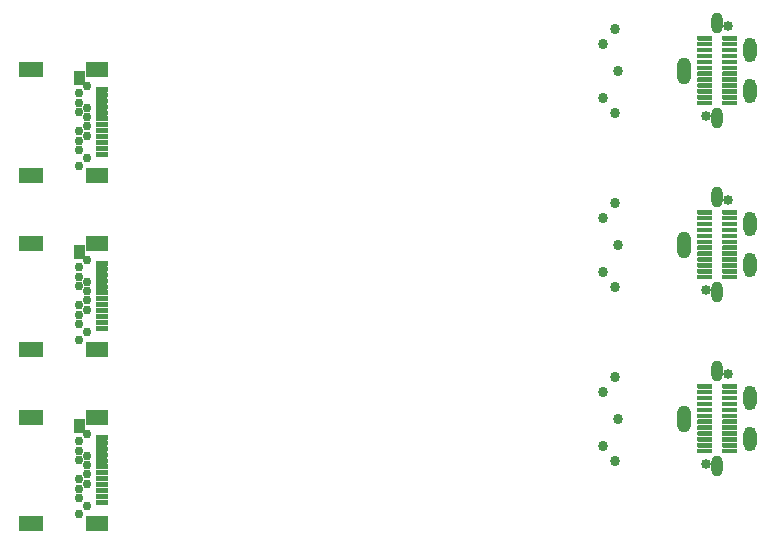
<source format=gbr>
G04 #@! TF.GenerationSoftware,KiCad,Pcbnew,(5.1.7)-1*
G04 #@! TF.CreationDate,2020-12-05T21:57:18-08:00*
G04 #@! TF.ProjectId,DellAdapter_3.1_PanelX3,44656c6c-4164-4617-9074-65725f332e31,rev?*
G04 #@! TF.SameCoordinates,Original*
G04 #@! TF.FileFunction,Soldermask,Bot*
G04 #@! TF.FilePolarity,Negative*
%FSLAX46Y46*%
G04 Gerber Fmt 4.6, Leading zero omitted, Abs format (unit mm)*
G04 Created by KiCad (PCBNEW (5.1.7)-1) date 2020-12-05 21:57:18*
%MOMM*%
%LPD*%
G01*
G04 APERTURE LIST*
%ADD10C,0.010000*%
%ADD11C,0.863600*%
%ADD12C,0.601600*%
%ADD13C,0.751600*%
%ADD14O,1.201600X2.301600*%
%ADD15O,0.951600X1.801600*%
%ADD16O,1.101600X2.101600*%
%ADD17C,0.851600*%
G04 APERTURE END LIST*
D10*
G36*
X127214000Y-109875230D02*
G01*
X127214000Y-108730000D01*
X126366500Y-108730000D01*
X126366500Y-109875230D01*
X127214000Y-109875230D01*
G37*
X127214000Y-109875230D02*
X127214000Y-108730000D01*
X126366500Y-108730000D01*
X126366500Y-109875230D01*
X127214000Y-109875230D01*
G36*
X129189000Y-109127250D02*
G01*
X129189000Y-107930000D01*
X127390880Y-107930000D01*
X127390880Y-109127250D01*
X129189000Y-109127250D01*
G37*
X129189000Y-109127250D02*
X129189000Y-107930000D01*
X127390880Y-107930000D01*
X127390880Y-109127250D01*
X129189000Y-109127250D01*
G36*
X129189000Y-118132070D02*
G01*
X129189000Y-116930000D01*
X127390090Y-116930000D01*
X127390090Y-118132070D01*
X129189000Y-118132070D01*
G37*
X129189000Y-118132070D02*
X129189000Y-116930000D01*
X127390090Y-116930000D01*
X127390090Y-118132070D01*
X129189000Y-118132070D01*
G36*
X123689000Y-109129910D02*
G01*
X123689000Y-107930000D01*
X121688930Y-107930000D01*
X121688930Y-109129910D01*
X123689000Y-109129910D01*
G37*
X123689000Y-109129910D02*
X123689000Y-107930000D01*
X121688930Y-107930000D01*
X121688930Y-109129910D01*
X123689000Y-109129910D01*
G36*
X123689000Y-118130480D02*
G01*
X123689000Y-116930000D01*
X121688720Y-116930000D01*
X121688720Y-118130480D01*
X123689000Y-118130480D01*
G37*
X123689000Y-118130480D02*
X123689000Y-116930000D01*
X121688720Y-116930000D01*
X121688720Y-118130480D01*
X123689000Y-118130480D01*
G36*
X123689000Y-103398480D02*
G01*
X123689000Y-102198000D01*
X121688720Y-102198000D01*
X121688720Y-103398480D01*
X123689000Y-103398480D01*
G37*
X123689000Y-103398480D02*
X123689000Y-102198000D01*
X121688720Y-102198000D01*
X121688720Y-103398480D01*
X123689000Y-103398480D01*
G36*
X123689000Y-94397910D02*
G01*
X123689000Y-93198000D01*
X121688930Y-93198000D01*
X121688930Y-94397910D01*
X123689000Y-94397910D01*
G37*
X123689000Y-94397910D02*
X123689000Y-93198000D01*
X121688930Y-93198000D01*
X121688930Y-94397910D01*
X123689000Y-94397910D01*
G36*
X129189000Y-103400070D02*
G01*
X129189000Y-102198000D01*
X127390090Y-102198000D01*
X127390090Y-103400070D01*
X129189000Y-103400070D01*
G37*
X129189000Y-103400070D02*
X129189000Y-102198000D01*
X127390090Y-102198000D01*
X127390090Y-103400070D01*
X129189000Y-103400070D01*
G36*
X129189000Y-94395250D02*
G01*
X129189000Y-93198000D01*
X127390880Y-93198000D01*
X127390880Y-94395250D01*
X129189000Y-94395250D01*
G37*
X129189000Y-94395250D02*
X129189000Y-93198000D01*
X127390880Y-93198000D01*
X127390880Y-94395250D01*
X129189000Y-94395250D01*
G36*
X127214000Y-95143230D02*
G01*
X127214000Y-93998000D01*
X126366500Y-93998000D01*
X126366500Y-95143230D01*
X127214000Y-95143230D01*
G37*
X127214000Y-95143230D02*
X127214000Y-93998000D01*
X126366500Y-93998000D01*
X126366500Y-95143230D01*
X127214000Y-95143230D01*
G36*
X127214000Y-80411230D02*
G01*
X127214000Y-79266000D01*
X126366500Y-79266000D01*
X126366500Y-80411230D01*
X127214000Y-80411230D01*
G37*
X127214000Y-80411230D02*
X127214000Y-79266000D01*
X126366500Y-79266000D01*
X126366500Y-80411230D01*
X127214000Y-80411230D01*
G36*
X129189000Y-79663250D02*
G01*
X129189000Y-78466000D01*
X127390880Y-78466000D01*
X127390880Y-79663250D01*
X129189000Y-79663250D01*
G37*
X129189000Y-79663250D02*
X129189000Y-78466000D01*
X127390880Y-78466000D01*
X127390880Y-79663250D01*
X129189000Y-79663250D01*
G36*
X129189000Y-88668070D02*
G01*
X129189000Y-87466000D01*
X127390090Y-87466000D01*
X127390090Y-88668070D01*
X129189000Y-88668070D01*
G37*
X129189000Y-88668070D02*
X129189000Y-87466000D01*
X127390090Y-87466000D01*
X127390090Y-88668070D01*
X129189000Y-88668070D01*
G36*
X123689000Y-79665910D02*
G01*
X123689000Y-78466000D01*
X121688930Y-78466000D01*
X121688930Y-79665910D01*
X123689000Y-79665910D01*
G37*
X123689000Y-79665910D02*
X123689000Y-78466000D01*
X121688930Y-78466000D01*
X121688930Y-79665910D01*
X123689000Y-79665910D01*
G36*
X123689000Y-88666480D02*
G01*
X123689000Y-87466000D01*
X121688720Y-87466000D01*
X121688720Y-88666480D01*
X123689000Y-88666480D01*
G37*
X123689000Y-88666480D02*
X123689000Y-87466000D01*
X121688720Y-87466000D01*
X121688720Y-88666480D01*
X123689000Y-88666480D01*
D11*
X172212000Y-105156000D03*
X171196000Y-106426000D03*
X171196000Y-110998000D03*
X172212000Y-112268000D03*
X172466000Y-108712000D03*
D12*
X122689000Y-117530000D03*
X122689000Y-108530000D03*
D13*
X126789000Y-116755000D03*
D12*
X128289000Y-117530000D03*
X128289000Y-108530000D03*
D13*
X126789000Y-109305000D03*
X127489000Y-116080000D03*
X126789000Y-115430000D03*
X126789000Y-114630000D03*
X127489000Y-114230000D03*
X126789000Y-113830000D03*
X127489000Y-113430000D03*
X127489000Y-112630000D03*
X126789000Y-112230000D03*
X127489000Y-111830000D03*
X126789000Y-111430000D03*
X126789000Y-110630000D03*
X127489000Y-109980000D03*
G36*
G01*
X129193200Y-110505800D02*
X128278800Y-110505800D01*
G75*
G02*
X128228000Y-110455000I0J50800D01*
G01*
X128228000Y-110105000D01*
G75*
G02*
X128278800Y-110054200I50800J0D01*
G01*
X129193200Y-110054200D01*
G75*
G02*
X129244000Y-110105000I0J-50800D01*
G01*
X129244000Y-110455000D01*
G75*
G02*
X129193200Y-110505800I-50800J0D01*
G01*
G37*
G36*
G01*
X129193200Y-111005800D02*
X128278800Y-111005800D01*
G75*
G02*
X128228000Y-110955000I0J50800D01*
G01*
X128228000Y-110605000D01*
G75*
G02*
X128278800Y-110554200I50800J0D01*
G01*
X129193200Y-110554200D01*
G75*
G02*
X129244000Y-110605000I0J-50800D01*
G01*
X129244000Y-110955000D01*
G75*
G02*
X129193200Y-111005800I-50800J0D01*
G01*
G37*
G36*
G01*
X129193200Y-111505800D02*
X128278800Y-111505800D01*
G75*
G02*
X128228000Y-111455000I0J50800D01*
G01*
X128228000Y-111105000D01*
G75*
G02*
X128278800Y-111054200I50800J0D01*
G01*
X129193200Y-111054200D01*
G75*
G02*
X129244000Y-111105000I0J-50800D01*
G01*
X129244000Y-111455000D01*
G75*
G02*
X129193200Y-111505800I-50800J0D01*
G01*
G37*
G36*
G01*
X129193200Y-112005800D02*
X128278800Y-112005800D01*
G75*
G02*
X128228000Y-111955000I0J50800D01*
G01*
X128228000Y-111605000D01*
G75*
G02*
X128278800Y-111554200I50800J0D01*
G01*
X129193200Y-111554200D01*
G75*
G02*
X129244000Y-111605000I0J-50800D01*
G01*
X129244000Y-111955000D01*
G75*
G02*
X129193200Y-112005800I-50800J0D01*
G01*
G37*
G36*
G01*
X129193200Y-112505800D02*
X128278800Y-112505800D01*
G75*
G02*
X128228000Y-112455000I0J50800D01*
G01*
X128228000Y-112105000D01*
G75*
G02*
X128278800Y-112054200I50800J0D01*
G01*
X129193200Y-112054200D01*
G75*
G02*
X129244000Y-112105000I0J-50800D01*
G01*
X129244000Y-112455000D01*
G75*
G02*
X129193200Y-112505800I-50800J0D01*
G01*
G37*
G36*
G01*
X129193200Y-113005800D02*
X128278800Y-113005800D01*
G75*
G02*
X128228000Y-112955000I0J50800D01*
G01*
X128228000Y-112605000D01*
G75*
G02*
X128278800Y-112554200I50800J0D01*
G01*
X129193200Y-112554200D01*
G75*
G02*
X129244000Y-112605000I0J-50800D01*
G01*
X129244000Y-112955000D01*
G75*
G02*
X129193200Y-113005800I-50800J0D01*
G01*
G37*
G36*
G01*
X129193200Y-113505800D02*
X128278800Y-113505800D01*
G75*
G02*
X128228000Y-113455000I0J50800D01*
G01*
X128228000Y-113105000D01*
G75*
G02*
X128278800Y-113054200I50800J0D01*
G01*
X129193200Y-113054200D01*
G75*
G02*
X129244000Y-113105000I0J-50800D01*
G01*
X129244000Y-113455000D01*
G75*
G02*
X129193200Y-113505800I-50800J0D01*
G01*
G37*
G36*
G01*
X129193200Y-114005800D02*
X128278800Y-114005800D01*
G75*
G02*
X128228000Y-113955000I0J50800D01*
G01*
X128228000Y-113605000D01*
G75*
G02*
X128278800Y-113554200I50800J0D01*
G01*
X129193200Y-113554200D01*
G75*
G02*
X129244000Y-113605000I0J-50800D01*
G01*
X129244000Y-113955000D01*
G75*
G02*
X129193200Y-114005800I-50800J0D01*
G01*
G37*
G36*
G01*
X129193200Y-114505800D02*
X128278800Y-114505800D01*
G75*
G02*
X128228000Y-114455000I0J50800D01*
G01*
X128228000Y-114105000D01*
G75*
G02*
X128278800Y-114054200I50800J0D01*
G01*
X129193200Y-114054200D01*
G75*
G02*
X129244000Y-114105000I0J-50800D01*
G01*
X129244000Y-114455000D01*
G75*
G02*
X129193200Y-114505800I-50800J0D01*
G01*
G37*
G36*
G01*
X129193200Y-115005800D02*
X128278800Y-115005800D01*
G75*
G02*
X128228000Y-114955000I0J50800D01*
G01*
X128228000Y-114605000D01*
G75*
G02*
X128278800Y-114554200I50800J0D01*
G01*
X129193200Y-114554200D01*
G75*
G02*
X129244000Y-114605000I0J-50800D01*
G01*
X129244000Y-114955000D01*
G75*
G02*
X129193200Y-115005800I-50800J0D01*
G01*
G37*
G36*
G01*
X129193200Y-115505800D02*
X128278800Y-115505800D01*
G75*
G02*
X128228000Y-115455000I0J50800D01*
G01*
X128228000Y-115105000D01*
G75*
G02*
X128278800Y-115054200I50800J0D01*
G01*
X129193200Y-115054200D01*
G75*
G02*
X129244000Y-115105000I0J-50800D01*
G01*
X129244000Y-115455000D01*
G75*
G02*
X129193200Y-115505800I-50800J0D01*
G01*
G37*
G36*
G01*
X129193200Y-116005800D02*
X128278800Y-116005800D01*
G75*
G02*
X128228000Y-115955000I0J50800D01*
G01*
X128228000Y-115605000D01*
G75*
G02*
X128278800Y-115554200I50800J0D01*
G01*
X129193200Y-115554200D01*
G75*
G02*
X129244000Y-115605000I0J-50800D01*
G01*
X129244000Y-115955000D01*
G75*
G02*
X129193200Y-116005800I-50800J0D01*
G01*
G37*
D14*
X178048000Y-108712000D03*
D15*
X180848000Y-104702000D03*
D16*
X183648000Y-106962000D03*
X183648000Y-110462000D03*
D15*
X180848000Y-112722000D03*
D17*
X179918000Y-112522000D03*
X181768000Y-104902000D03*
G36*
G01*
X180393701Y-106152800D02*
X179199899Y-106152800D01*
G75*
G02*
X179149100Y-106102001I0J50799D01*
G01*
X179149100Y-105821999D01*
G75*
G02*
X179199899Y-105771200I50799J0D01*
G01*
X180393701Y-105771200D01*
G75*
G02*
X180444500Y-105821999I0J-50799D01*
G01*
X180444500Y-106102001D01*
G75*
G02*
X180393701Y-106152800I-50799J0D01*
G01*
G37*
G36*
G01*
X180393701Y-106652800D02*
X179199899Y-106652800D01*
G75*
G02*
X179149100Y-106602001I0J50799D01*
G01*
X179149100Y-106321999D01*
G75*
G02*
X179199899Y-106271200I50799J0D01*
G01*
X180393701Y-106271200D01*
G75*
G02*
X180444500Y-106321999I0J-50799D01*
G01*
X180444500Y-106602001D01*
G75*
G02*
X180393701Y-106652800I-50799J0D01*
G01*
G37*
G36*
G01*
X180393701Y-107152800D02*
X179199899Y-107152800D01*
G75*
G02*
X179149100Y-107102001I0J50799D01*
G01*
X179149100Y-106821999D01*
G75*
G02*
X179199899Y-106771200I50799J0D01*
G01*
X180393701Y-106771200D01*
G75*
G02*
X180444500Y-106821999I0J-50799D01*
G01*
X180444500Y-107102001D01*
G75*
G02*
X180393701Y-107152800I-50799J0D01*
G01*
G37*
G36*
G01*
X180393701Y-107652800D02*
X179199899Y-107652800D01*
G75*
G02*
X179149100Y-107602001I0J50799D01*
G01*
X179149100Y-107321999D01*
G75*
G02*
X179199899Y-107271200I50799J0D01*
G01*
X180393701Y-107271200D01*
G75*
G02*
X180444500Y-107321999I0J-50799D01*
G01*
X180444500Y-107602001D01*
G75*
G02*
X180393701Y-107652800I-50799J0D01*
G01*
G37*
G36*
G01*
X180393701Y-108152800D02*
X179199899Y-108152800D01*
G75*
G02*
X179149100Y-108102001I0J50799D01*
G01*
X179149100Y-107821999D01*
G75*
G02*
X179199899Y-107771200I50799J0D01*
G01*
X180393701Y-107771200D01*
G75*
G02*
X180444500Y-107821999I0J-50799D01*
G01*
X180444500Y-108102001D01*
G75*
G02*
X180393701Y-108152800I-50799J0D01*
G01*
G37*
G36*
G01*
X180393701Y-108652800D02*
X179199899Y-108652800D01*
G75*
G02*
X179149100Y-108602001I0J50799D01*
G01*
X179149100Y-108321999D01*
G75*
G02*
X179199899Y-108271200I50799J0D01*
G01*
X180393701Y-108271200D01*
G75*
G02*
X180444500Y-108321999I0J-50799D01*
G01*
X180444500Y-108602001D01*
G75*
G02*
X180393701Y-108652800I-50799J0D01*
G01*
G37*
G36*
G01*
X180393701Y-109152800D02*
X179199899Y-109152800D01*
G75*
G02*
X179149100Y-109102001I0J50799D01*
G01*
X179149100Y-108821999D01*
G75*
G02*
X179199899Y-108771200I50799J0D01*
G01*
X180393701Y-108771200D01*
G75*
G02*
X180444500Y-108821999I0J-50799D01*
G01*
X180444500Y-109102001D01*
G75*
G02*
X180393701Y-109152800I-50799J0D01*
G01*
G37*
G36*
G01*
X180393701Y-109652800D02*
X179199899Y-109652800D01*
G75*
G02*
X179149100Y-109602001I0J50799D01*
G01*
X179149100Y-109321999D01*
G75*
G02*
X179199899Y-109271200I50799J0D01*
G01*
X180393701Y-109271200D01*
G75*
G02*
X180444500Y-109321999I0J-50799D01*
G01*
X180444500Y-109602001D01*
G75*
G02*
X180393701Y-109652800I-50799J0D01*
G01*
G37*
G36*
G01*
X180393701Y-110152800D02*
X179199899Y-110152800D01*
G75*
G02*
X179149100Y-110102001I0J50799D01*
G01*
X179149100Y-109821999D01*
G75*
G02*
X179199899Y-109771200I50799J0D01*
G01*
X180393701Y-109771200D01*
G75*
G02*
X180444500Y-109821999I0J-50799D01*
G01*
X180444500Y-110102001D01*
G75*
G02*
X180393701Y-110152800I-50799J0D01*
G01*
G37*
G36*
G01*
X180393701Y-110652800D02*
X179199899Y-110652800D01*
G75*
G02*
X179149100Y-110602001I0J50799D01*
G01*
X179149100Y-110321999D01*
G75*
G02*
X179199899Y-110271200I50799J0D01*
G01*
X180393701Y-110271200D01*
G75*
G02*
X180444500Y-110321999I0J-50799D01*
G01*
X180444500Y-110602001D01*
G75*
G02*
X180393701Y-110652800I-50799J0D01*
G01*
G37*
G36*
G01*
X180393701Y-111152800D02*
X179199899Y-111152800D01*
G75*
G02*
X179149100Y-111102001I0J50799D01*
G01*
X179149100Y-110821999D01*
G75*
G02*
X179199899Y-110771200I50799J0D01*
G01*
X180393701Y-110771200D01*
G75*
G02*
X180444500Y-110821999I0J-50799D01*
G01*
X180444500Y-111102001D01*
G75*
G02*
X180393701Y-111152800I-50799J0D01*
G01*
G37*
G36*
G01*
X180393701Y-111652800D02*
X179199899Y-111652800D01*
G75*
G02*
X179149100Y-111602001I0J50799D01*
G01*
X179149100Y-111321999D01*
G75*
G02*
X179199899Y-111271200I50799J0D01*
G01*
X180393701Y-111271200D01*
G75*
G02*
X180444500Y-111321999I0J-50799D01*
G01*
X180444500Y-111602001D01*
G75*
G02*
X180393701Y-111652800I-50799J0D01*
G01*
G37*
G36*
G01*
X182496101Y-111652800D02*
X181302299Y-111652800D01*
G75*
G02*
X181251500Y-111602001I0J50799D01*
G01*
X181251500Y-111321999D01*
G75*
G02*
X181302299Y-111271200I50799J0D01*
G01*
X182496101Y-111271200D01*
G75*
G02*
X182546900Y-111321999I0J-50799D01*
G01*
X182546900Y-111602001D01*
G75*
G02*
X182496101Y-111652800I-50799J0D01*
G01*
G37*
G36*
G01*
X182496101Y-111152800D02*
X181302299Y-111152800D01*
G75*
G02*
X181251500Y-111102001I0J50799D01*
G01*
X181251500Y-110821999D01*
G75*
G02*
X181302299Y-110771200I50799J0D01*
G01*
X182496101Y-110771200D01*
G75*
G02*
X182546900Y-110821999I0J-50799D01*
G01*
X182546900Y-111102001D01*
G75*
G02*
X182496101Y-111152800I-50799J0D01*
G01*
G37*
G36*
G01*
X182496101Y-110652800D02*
X181302299Y-110652800D01*
G75*
G02*
X181251500Y-110602001I0J50799D01*
G01*
X181251500Y-110321999D01*
G75*
G02*
X181302299Y-110271200I50799J0D01*
G01*
X182496101Y-110271200D01*
G75*
G02*
X182546900Y-110321999I0J-50799D01*
G01*
X182546900Y-110602001D01*
G75*
G02*
X182496101Y-110652800I-50799J0D01*
G01*
G37*
G36*
G01*
X182496101Y-110152800D02*
X181302299Y-110152800D01*
G75*
G02*
X181251500Y-110102001I0J50799D01*
G01*
X181251500Y-109821999D01*
G75*
G02*
X181302299Y-109771200I50799J0D01*
G01*
X182496101Y-109771200D01*
G75*
G02*
X182546900Y-109821999I0J-50799D01*
G01*
X182546900Y-110102001D01*
G75*
G02*
X182496101Y-110152800I-50799J0D01*
G01*
G37*
G36*
G01*
X182496101Y-109652800D02*
X181302299Y-109652800D01*
G75*
G02*
X181251500Y-109602001I0J50799D01*
G01*
X181251500Y-109321999D01*
G75*
G02*
X181302299Y-109271200I50799J0D01*
G01*
X182496101Y-109271200D01*
G75*
G02*
X182546900Y-109321999I0J-50799D01*
G01*
X182546900Y-109602001D01*
G75*
G02*
X182496101Y-109652800I-50799J0D01*
G01*
G37*
G36*
G01*
X182496101Y-109152800D02*
X181302299Y-109152800D01*
G75*
G02*
X181251500Y-109102001I0J50799D01*
G01*
X181251500Y-108821999D01*
G75*
G02*
X181302299Y-108771200I50799J0D01*
G01*
X182496101Y-108771200D01*
G75*
G02*
X182546900Y-108821999I0J-50799D01*
G01*
X182546900Y-109102001D01*
G75*
G02*
X182496101Y-109152800I-50799J0D01*
G01*
G37*
G36*
G01*
X182496101Y-108652800D02*
X181302299Y-108652800D01*
G75*
G02*
X181251500Y-108602001I0J50799D01*
G01*
X181251500Y-108321999D01*
G75*
G02*
X181302299Y-108271200I50799J0D01*
G01*
X182496101Y-108271200D01*
G75*
G02*
X182546900Y-108321999I0J-50799D01*
G01*
X182546900Y-108602001D01*
G75*
G02*
X182496101Y-108652800I-50799J0D01*
G01*
G37*
G36*
G01*
X182496101Y-108152800D02*
X181302299Y-108152800D01*
G75*
G02*
X181251500Y-108102001I0J50799D01*
G01*
X181251500Y-107821999D01*
G75*
G02*
X181302299Y-107771200I50799J0D01*
G01*
X182496101Y-107771200D01*
G75*
G02*
X182546900Y-107821999I0J-50799D01*
G01*
X182546900Y-108102001D01*
G75*
G02*
X182496101Y-108152800I-50799J0D01*
G01*
G37*
G36*
G01*
X182496101Y-107652800D02*
X181302299Y-107652800D01*
G75*
G02*
X181251500Y-107602001I0J50799D01*
G01*
X181251500Y-107321999D01*
G75*
G02*
X181302299Y-107271200I50799J0D01*
G01*
X182496101Y-107271200D01*
G75*
G02*
X182546900Y-107321999I0J-50799D01*
G01*
X182546900Y-107602001D01*
G75*
G02*
X182496101Y-107652800I-50799J0D01*
G01*
G37*
G36*
G01*
X182496101Y-107152800D02*
X181302299Y-107152800D01*
G75*
G02*
X181251500Y-107102001I0J50799D01*
G01*
X181251500Y-106821999D01*
G75*
G02*
X181302299Y-106771200I50799J0D01*
G01*
X182496101Y-106771200D01*
G75*
G02*
X182546900Y-106821999I0J-50799D01*
G01*
X182546900Y-107102001D01*
G75*
G02*
X182496101Y-107152800I-50799J0D01*
G01*
G37*
G36*
G01*
X182496101Y-106652800D02*
X181302299Y-106652800D01*
G75*
G02*
X181251500Y-106602001I0J50799D01*
G01*
X181251500Y-106321999D01*
G75*
G02*
X181302299Y-106271200I50799J0D01*
G01*
X182496101Y-106271200D01*
G75*
G02*
X182546900Y-106321999I0J-50799D01*
G01*
X182546900Y-106602001D01*
G75*
G02*
X182496101Y-106652800I-50799J0D01*
G01*
G37*
G36*
G01*
X182496101Y-106152800D02*
X181302299Y-106152800D01*
G75*
G02*
X181251500Y-106102001I0J50799D01*
G01*
X181251500Y-105821999D01*
G75*
G02*
X181302299Y-105771200I50799J0D01*
G01*
X182496101Y-105771200D01*
G75*
G02*
X182546900Y-105821999I0J-50799D01*
G01*
X182546900Y-106102001D01*
G75*
G02*
X182496101Y-106152800I-50799J0D01*
G01*
G37*
D11*
X172212000Y-90424000D03*
X171196000Y-91694000D03*
X172212000Y-97536000D03*
X172466000Y-93980000D03*
G36*
G01*
X129193200Y-101273800D02*
X128278800Y-101273800D01*
G75*
G02*
X128228000Y-101223000I0J50800D01*
G01*
X128228000Y-100873000D01*
G75*
G02*
X128278800Y-100822200I50800J0D01*
G01*
X129193200Y-100822200D01*
G75*
G02*
X129244000Y-100873000I0J-50800D01*
G01*
X129244000Y-101223000D01*
G75*
G02*
X129193200Y-101273800I-50800J0D01*
G01*
G37*
G36*
G01*
X129193200Y-100773800D02*
X128278800Y-100773800D01*
G75*
G02*
X128228000Y-100723000I0J50800D01*
G01*
X128228000Y-100373000D01*
G75*
G02*
X128278800Y-100322200I50800J0D01*
G01*
X129193200Y-100322200D01*
G75*
G02*
X129244000Y-100373000I0J-50800D01*
G01*
X129244000Y-100723000D01*
G75*
G02*
X129193200Y-100773800I-50800J0D01*
G01*
G37*
G36*
G01*
X129193200Y-100273800D02*
X128278800Y-100273800D01*
G75*
G02*
X128228000Y-100223000I0J50800D01*
G01*
X128228000Y-99873000D01*
G75*
G02*
X128278800Y-99822200I50800J0D01*
G01*
X129193200Y-99822200D01*
G75*
G02*
X129244000Y-99873000I0J-50800D01*
G01*
X129244000Y-100223000D01*
G75*
G02*
X129193200Y-100273800I-50800J0D01*
G01*
G37*
G36*
G01*
X129193200Y-99773800D02*
X128278800Y-99773800D01*
G75*
G02*
X128228000Y-99723000I0J50800D01*
G01*
X128228000Y-99373000D01*
G75*
G02*
X128278800Y-99322200I50800J0D01*
G01*
X129193200Y-99322200D01*
G75*
G02*
X129244000Y-99373000I0J-50800D01*
G01*
X129244000Y-99723000D01*
G75*
G02*
X129193200Y-99773800I-50800J0D01*
G01*
G37*
G36*
G01*
X129193200Y-99273800D02*
X128278800Y-99273800D01*
G75*
G02*
X128228000Y-99223000I0J50800D01*
G01*
X128228000Y-98873000D01*
G75*
G02*
X128278800Y-98822200I50800J0D01*
G01*
X129193200Y-98822200D01*
G75*
G02*
X129244000Y-98873000I0J-50800D01*
G01*
X129244000Y-99223000D01*
G75*
G02*
X129193200Y-99273800I-50800J0D01*
G01*
G37*
G36*
G01*
X129193200Y-98773800D02*
X128278800Y-98773800D01*
G75*
G02*
X128228000Y-98723000I0J50800D01*
G01*
X128228000Y-98373000D01*
G75*
G02*
X128278800Y-98322200I50800J0D01*
G01*
X129193200Y-98322200D01*
G75*
G02*
X129244000Y-98373000I0J-50800D01*
G01*
X129244000Y-98723000D01*
G75*
G02*
X129193200Y-98773800I-50800J0D01*
G01*
G37*
G36*
G01*
X129193200Y-98273800D02*
X128278800Y-98273800D01*
G75*
G02*
X128228000Y-98223000I0J50800D01*
G01*
X128228000Y-97873000D01*
G75*
G02*
X128278800Y-97822200I50800J0D01*
G01*
X129193200Y-97822200D01*
G75*
G02*
X129244000Y-97873000I0J-50800D01*
G01*
X129244000Y-98223000D01*
G75*
G02*
X129193200Y-98273800I-50800J0D01*
G01*
G37*
G36*
G01*
X129193200Y-97773800D02*
X128278800Y-97773800D01*
G75*
G02*
X128228000Y-97723000I0J50800D01*
G01*
X128228000Y-97373000D01*
G75*
G02*
X128278800Y-97322200I50800J0D01*
G01*
X129193200Y-97322200D01*
G75*
G02*
X129244000Y-97373000I0J-50800D01*
G01*
X129244000Y-97723000D01*
G75*
G02*
X129193200Y-97773800I-50800J0D01*
G01*
G37*
G36*
G01*
X129193200Y-97273800D02*
X128278800Y-97273800D01*
G75*
G02*
X128228000Y-97223000I0J50800D01*
G01*
X128228000Y-96873000D01*
G75*
G02*
X128278800Y-96822200I50800J0D01*
G01*
X129193200Y-96822200D01*
G75*
G02*
X129244000Y-96873000I0J-50800D01*
G01*
X129244000Y-97223000D01*
G75*
G02*
X129193200Y-97273800I-50800J0D01*
G01*
G37*
G36*
G01*
X129193200Y-96773800D02*
X128278800Y-96773800D01*
G75*
G02*
X128228000Y-96723000I0J50800D01*
G01*
X128228000Y-96373000D01*
G75*
G02*
X128278800Y-96322200I50800J0D01*
G01*
X129193200Y-96322200D01*
G75*
G02*
X129244000Y-96373000I0J-50800D01*
G01*
X129244000Y-96723000D01*
G75*
G02*
X129193200Y-96773800I-50800J0D01*
G01*
G37*
G36*
G01*
X129193200Y-96273800D02*
X128278800Y-96273800D01*
G75*
G02*
X128228000Y-96223000I0J50800D01*
G01*
X128228000Y-95873000D01*
G75*
G02*
X128278800Y-95822200I50800J0D01*
G01*
X129193200Y-95822200D01*
G75*
G02*
X129244000Y-95873000I0J-50800D01*
G01*
X129244000Y-96223000D01*
G75*
G02*
X129193200Y-96273800I-50800J0D01*
G01*
G37*
G36*
G01*
X129193200Y-95773800D02*
X128278800Y-95773800D01*
G75*
G02*
X128228000Y-95723000I0J50800D01*
G01*
X128228000Y-95373000D01*
G75*
G02*
X128278800Y-95322200I50800J0D01*
G01*
X129193200Y-95322200D01*
G75*
G02*
X129244000Y-95373000I0J-50800D01*
G01*
X129244000Y-95723000D01*
G75*
G02*
X129193200Y-95773800I-50800J0D01*
G01*
G37*
D13*
X127489000Y-95248000D03*
X126789000Y-95898000D03*
X126789000Y-96698000D03*
X127489000Y-97098000D03*
X126789000Y-97498000D03*
X127489000Y-97898000D03*
X127489000Y-98698000D03*
X126789000Y-99098000D03*
X127489000Y-99498000D03*
X126789000Y-99898000D03*
X126789000Y-100698000D03*
X127489000Y-101348000D03*
X126789000Y-94573000D03*
D12*
X128289000Y-93798000D03*
X128289000Y-102798000D03*
D13*
X126789000Y-102023000D03*
D12*
X122689000Y-93798000D03*
X122689000Y-102798000D03*
G36*
G01*
X182496101Y-91420800D02*
X181302299Y-91420800D01*
G75*
G02*
X181251500Y-91370001I0J50799D01*
G01*
X181251500Y-91089999D01*
G75*
G02*
X181302299Y-91039200I50799J0D01*
G01*
X182496101Y-91039200D01*
G75*
G02*
X182546900Y-91089999I0J-50799D01*
G01*
X182546900Y-91370001D01*
G75*
G02*
X182496101Y-91420800I-50799J0D01*
G01*
G37*
G36*
G01*
X182496101Y-91920800D02*
X181302299Y-91920800D01*
G75*
G02*
X181251500Y-91870001I0J50799D01*
G01*
X181251500Y-91589999D01*
G75*
G02*
X181302299Y-91539200I50799J0D01*
G01*
X182496101Y-91539200D01*
G75*
G02*
X182546900Y-91589999I0J-50799D01*
G01*
X182546900Y-91870001D01*
G75*
G02*
X182496101Y-91920800I-50799J0D01*
G01*
G37*
G36*
G01*
X182496101Y-92420800D02*
X181302299Y-92420800D01*
G75*
G02*
X181251500Y-92370001I0J50799D01*
G01*
X181251500Y-92089999D01*
G75*
G02*
X181302299Y-92039200I50799J0D01*
G01*
X182496101Y-92039200D01*
G75*
G02*
X182546900Y-92089999I0J-50799D01*
G01*
X182546900Y-92370001D01*
G75*
G02*
X182496101Y-92420800I-50799J0D01*
G01*
G37*
G36*
G01*
X182496101Y-92920800D02*
X181302299Y-92920800D01*
G75*
G02*
X181251500Y-92870001I0J50799D01*
G01*
X181251500Y-92589999D01*
G75*
G02*
X181302299Y-92539200I50799J0D01*
G01*
X182496101Y-92539200D01*
G75*
G02*
X182546900Y-92589999I0J-50799D01*
G01*
X182546900Y-92870001D01*
G75*
G02*
X182496101Y-92920800I-50799J0D01*
G01*
G37*
G36*
G01*
X182496101Y-93420800D02*
X181302299Y-93420800D01*
G75*
G02*
X181251500Y-93370001I0J50799D01*
G01*
X181251500Y-93089999D01*
G75*
G02*
X181302299Y-93039200I50799J0D01*
G01*
X182496101Y-93039200D01*
G75*
G02*
X182546900Y-93089999I0J-50799D01*
G01*
X182546900Y-93370001D01*
G75*
G02*
X182496101Y-93420800I-50799J0D01*
G01*
G37*
G36*
G01*
X182496101Y-93920800D02*
X181302299Y-93920800D01*
G75*
G02*
X181251500Y-93870001I0J50799D01*
G01*
X181251500Y-93589999D01*
G75*
G02*
X181302299Y-93539200I50799J0D01*
G01*
X182496101Y-93539200D01*
G75*
G02*
X182546900Y-93589999I0J-50799D01*
G01*
X182546900Y-93870001D01*
G75*
G02*
X182496101Y-93920800I-50799J0D01*
G01*
G37*
G36*
G01*
X182496101Y-94420800D02*
X181302299Y-94420800D01*
G75*
G02*
X181251500Y-94370001I0J50799D01*
G01*
X181251500Y-94089999D01*
G75*
G02*
X181302299Y-94039200I50799J0D01*
G01*
X182496101Y-94039200D01*
G75*
G02*
X182546900Y-94089999I0J-50799D01*
G01*
X182546900Y-94370001D01*
G75*
G02*
X182496101Y-94420800I-50799J0D01*
G01*
G37*
G36*
G01*
X182496101Y-94920800D02*
X181302299Y-94920800D01*
G75*
G02*
X181251500Y-94870001I0J50799D01*
G01*
X181251500Y-94589999D01*
G75*
G02*
X181302299Y-94539200I50799J0D01*
G01*
X182496101Y-94539200D01*
G75*
G02*
X182546900Y-94589999I0J-50799D01*
G01*
X182546900Y-94870001D01*
G75*
G02*
X182496101Y-94920800I-50799J0D01*
G01*
G37*
G36*
G01*
X182496101Y-95420800D02*
X181302299Y-95420800D01*
G75*
G02*
X181251500Y-95370001I0J50799D01*
G01*
X181251500Y-95089999D01*
G75*
G02*
X181302299Y-95039200I50799J0D01*
G01*
X182496101Y-95039200D01*
G75*
G02*
X182546900Y-95089999I0J-50799D01*
G01*
X182546900Y-95370001D01*
G75*
G02*
X182496101Y-95420800I-50799J0D01*
G01*
G37*
G36*
G01*
X182496101Y-95920800D02*
X181302299Y-95920800D01*
G75*
G02*
X181251500Y-95870001I0J50799D01*
G01*
X181251500Y-95589999D01*
G75*
G02*
X181302299Y-95539200I50799J0D01*
G01*
X182496101Y-95539200D01*
G75*
G02*
X182546900Y-95589999I0J-50799D01*
G01*
X182546900Y-95870001D01*
G75*
G02*
X182496101Y-95920800I-50799J0D01*
G01*
G37*
G36*
G01*
X182496101Y-96420800D02*
X181302299Y-96420800D01*
G75*
G02*
X181251500Y-96370001I0J50799D01*
G01*
X181251500Y-96089999D01*
G75*
G02*
X181302299Y-96039200I50799J0D01*
G01*
X182496101Y-96039200D01*
G75*
G02*
X182546900Y-96089999I0J-50799D01*
G01*
X182546900Y-96370001D01*
G75*
G02*
X182496101Y-96420800I-50799J0D01*
G01*
G37*
G36*
G01*
X182496101Y-96920800D02*
X181302299Y-96920800D01*
G75*
G02*
X181251500Y-96870001I0J50799D01*
G01*
X181251500Y-96589999D01*
G75*
G02*
X181302299Y-96539200I50799J0D01*
G01*
X182496101Y-96539200D01*
G75*
G02*
X182546900Y-96589999I0J-50799D01*
G01*
X182546900Y-96870001D01*
G75*
G02*
X182496101Y-96920800I-50799J0D01*
G01*
G37*
G36*
G01*
X180393701Y-96920800D02*
X179199899Y-96920800D01*
G75*
G02*
X179149100Y-96870001I0J50799D01*
G01*
X179149100Y-96589999D01*
G75*
G02*
X179199899Y-96539200I50799J0D01*
G01*
X180393701Y-96539200D01*
G75*
G02*
X180444500Y-96589999I0J-50799D01*
G01*
X180444500Y-96870001D01*
G75*
G02*
X180393701Y-96920800I-50799J0D01*
G01*
G37*
G36*
G01*
X180393701Y-96420800D02*
X179199899Y-96420800D01*
G75*
G02*
X179149100Y-96370001I0J50799D01*
G01*
X179149100Y-96089999D01*
G75*
G02*
X179199899Y-96039200I50799J0D01*
G01*
X180393701Y-96039200D01*
G75*
G02*
X180444500Y-96089999I0J-50799D01*
G01*
X180444500Y-96370001D01*
G75*
G02*
X180393701Y-96420800I-50799J0D01*
G01*
G37*
G36*
G01*
X180393701Y-95920800D02*
X179199899Y-95920800D01*
G75*
G02*
X179149100Y-95870001I0J50799D01*
G01*
X179149100Y-95589999D01*
G75*
G02*
X179199899Y-95539200I50799J0D01*
G01*
X180393701Y-95539200D01*
G75*
G02*
X180444500Y-95589999I0J-50799D01*
G01*
X180444500Y-95870001D01*
G75*
G02*
X180393701Y-95920800I-50799J0D01*
G01*
G37*
G36*
G01*
X180393701Y-95420800D02*
X179199899Y-95420800D01*
G75*
G02*
X179149100Y-95370001I0J50799D01*
G01*
X179149100Y-95089999D01*
G75*
G02*
X179199899Y-95039200I50799J0D01*
G01*
X180393701Y-95039200D01*
G75*
G02*
X180444500Y-95089999I0J-50799D01*
G01*
X180444500Y-95370001D01*
G75*
G02*
X180393701Y-95420800I-50799J0D01*
G01*
G37*
G36*
G01*
X180393701Y-94920800D02*
X179199899Y-94920800D01*
G75*
G02*
X179149100Y-94870001I0J50799D01*
G01*
X179149100Y-94589999D01*
G75*
G02*
X179199899Y-94539200I50799J0D01*
G01*
X180393701Y-94539200D01*
G75*
G02*
X180444500Y-94589999I0J-50799D01*
G01*
X180444500Y-94870001D01*
G75*
G02*
X180393701Y-94920800I-50799J0D01*
G01*
G37*
G36*
G01*
X180393701Y-94420800D02*
X179199899Y-94420800D01*
G75*
G02*
X179149100Y-94370001I0J50799D01*
G01*
X179149100Y-94089999D01*
G75*
G02*
X179199899Y-94039200I50799J0D01*
G01*
X180393701Y-94039200D01*
G75*
G02*
X180444500Y-94089999I0J-50799D01*
G01*
X180444500Y-94370001D01*
G75*
G02*
X180393701Y-94420800I-50799J0D01*
G01*
G37*
G36*
G01*
X180393701Y-93920800D02*
X179199899Y-93920800D01*
G75*
G02*
X179149100Y-93870001I0J50799D01*
G01*
X179149100Y-93589999D01*
G75*
G02*
X179199899Y-93539200I50799J0D01*
G01*
X180393701Y-93539200D01*
G75*
G02*
X180444500Y-93589999I0J-50799D01*
G01*
X180444500Y-93870001D01*
G75*
G02*
X180393701Y-93920800I-50799J0D01*
G01*
G37*
G36*
G01*
X180393701Y-93420800D02*
X179199899Y-93420800D01*
G75*
G02*
X179149100Y-93370001I0J50799D01*
G01*
X179149100Y-93089999D01*
G75*
G02*
X179199899Y-93039200I50799J0D01*
G01*
X180393701Y-93039200D01*
G75*
G02*
X180444500Y-93089999I0J-50799D01*
G01*
X180444500Y-93370001D01*
G75*
G02*
X180393701Y-93420800I-50799J0D01*
G01*
G37*
G36*
G01*
X180393701Y-92920800D02*
X179199899Y-92920800D01*
G75*
G02*
X179149100Y-92870001I0J50799D01*
G01*
X179149100Y-92589999D01*
G75*
G02*
X179199899Y-92539200I50799J0D01*
G01*
X180393701Y-92539200D01*
G75*
G02*
X180444500Y-92589999I0J-50799D01*
G01*
X180444500Y-92870001D01*
G75*
G02*
X180393701Y-92920800I-50799J0D01*
G01*
G37*
G36*
G01*
X180393701Y-92420800D02*
X179199899Y-92420800D01*
G75*
G02*
X179149100Y-92370001I0J50799D01*
G01*
X179149100Y-92089999D01*
G75*
G02*
X179199899Y-92039200I50799J0D01*
G01*
X180393701Y-92039200D01*
G75*
G02*
X180444500Y-92089999I0J-50799D01*
G01*
X180444500Y-92370001D01*
G75*
G02*
X180393701Y-92420800I-50799J0D01*
G01*
G37*
G36*
G01*
X180393701Y-91920800D02*
X179199899Y-91920800D01*
G75*
G02*
X179149100Y-91870001I0J50799D01*
G01*
X179149100Y-91589999D01*
G75*
G02*
X179199899Y-91539200I50799J0D01*
G01*
X180393701Y-91539200D01*
G75*
G02*
X180444500Y-91589999I0J-50799D01*
G01*
X180444500Y-91870001D01*
G75*
G02*
X180393701Y-91920800I-50799J0D01*
G01*
G37*
G36*
G01*
X180393701Y-91420800D02*
X179199899Y-91420800D01*
G75*
G02*
X179149100Y-91370001I0J50799D01*
G01*
X179149100Y-91089999D01*
G75*
G02*
X179199899Y-91039200I50799J0D01*
G01*
X180393701Y-91039200D01*
G75*
G02*
X180444500Y-91089999I0J-50799D01*
G01*
X180444500Y-91370001D01*
G75*
G02*
X180393701Y-91420800I-50799J0D01*
G01*
G37*
D17*
X181768000Y-90170000D03*
X179918000Y-97790000D03*
D15*
X180848000Y-97990000D03*
D16*
X183648000Y-95730000D03*
X183648000Y-92230000D03*
D15*
X180848000Y-89970000D03*
D14*
X178048000Y-93980000D03*
D11*
X171196000Y-96266000D03*
D14*
X178048000Y-79248000D03*
D15*
X180848000Y-75238000D03*
D16*
X183648000Y-77498000D03*
X183648000Y-80998000D03*
D15*
X180848000Y-83258000D03*
D17*
X179918000Y-83058000D03*
X181768000Y-75438000D03*
G36*
G01*
X180393701Y-76688800D02*
X179199899Y-76688800D01*
G75*
G02*
X179149100Y-76638001I0J50799D01*
G01*
X179149100Y-76357999D01*
G75*
G02*
X179199899Y-76307200I50799J0D01*
G01*
X180393701Y-76307200D01*
G75*
G02*
X180444500Y-76357999I0J-50799D01*
G01*
X180444500Y-76638001D01*
G75*
G02*
X180393701Y-76688800I-50799J0D01*
G01*
G37*
G36*
G01*
X180393701Y-77188800D02*
X179199899Y-77188800D01*
G75*
G02*
X179149100Y-77138001I0J50799D01*
G01*
X179149100Y-76857999D01*
G75*
G02*
X179199899Y-76807200I50799J0D01*
G01*
X180393701Y-76807200D01*
G75*
G02*
X180444500Y-76857999I0J-50799D01*
G01*
X180444500Y-77138001D01*
G75*
G02*
X180393701Y-77188800I-50799J0D01*
G01*
G37*
G36*
G01*
X180393701Y-77688800D02*
X179199899Y-77688800D01*
G75*
G02*
X179149100Y-77638001I0J50799D01*
G01*
X179149100Y-77357999D01*
G75*
G02*
X179199899Y-77307200I50799J0D01*
G01*
X180393701Y-77307200D01*
G75*
G02*
X180444500Y-77357999I0J-50799D01*
G01*
X180444500Y-77638001D01*
G75*
G02*
X180393701Y-77688800I-50799J0D01*
G01*
G37*
G36*
G01*
X180393701Y-78188800D02*
X179199899Y-78188800D01*
G75*
G02*
X179149100Y-78138001I0J50799D01*
G01*
X179149100Y-77857999D01*
G75*
G02*
X179199899Y-77807200I50799J0D01*
G01*
X180393701Y-77807200D01*
G75*
G02*
X180444500Y-77857999I0J-50799D01*
G01*
X180444500Y-78138001D01*
G75*
G02*
X180393701Y-78188800I-50799J0D01*
G01*
G37*
G36*
G01*
X180393701Y-78688800D02*
X179199899Y-78688800D01*
G75*
G02*
X179149100Y-78638001I0J50799D01*
G01*
X179149100Y-78357999D01*
G75*
G02*
X179199899Y-78307200I50799J0D01*
G01*
X180393701Y-78307200D01*
G75*
G02*
X180444500Y-78357999I0J-50799D01*
G01*
X180444500Y-78638001D01*
G75*
G02*
X180393701Y-78688800I-50799J0D01*
G01*
G37*
G36*
G01*
X180393701Y-79188800D02*
X179199899Y-79188800D01*
G75*
G02*
X179149100Y-79138001I0J50799D01*
G01*
X179149100Y-78857999D01*
G75*
G02*
X179199899Y-78807200I50799J0D01*
G01*
X180393701Y-78807200D01*
G75*
G02*
X180444500Y-78857999I0J-50799D01*
G01*
X180444500Y-79138001D01*
G75*
G02*
X180393701Y-79188800I-50799J0D01*
G01*
G37*
G36*
G01*
X180393701Y-79688800D02*
X179199899Y-79688800D01*
G75*
G02*
X179149100Y-79638001I0J50799D01*
G01*
X179149100Y-79357999D01*
G75*
G02*
X179199899Y-79307200I50799J0D01*
G01*
X180393701Y-79307200D01*
G75*
G02*
X180444500Y-79357999I0J-50799D01*
G01*
X180444500Y-79638001D01*
G75*
G02*
X180393701Y-79688800I-50799J0D01*
G01*
G37*
G36*
G01*
X180393701Y-80188800D02*
X179199899Y-80188800D01*
G75*
G02*
X179149100Y-80138001I0J50799D01*
G01*
X179149100Y-79857999D01*
G75*
G02*
X179199899Y-79807200I50799J0D01*
G01*
X180393701Y-79807200D01*
G75*
G02*
X180444500Y-79857999I0J-50799D01*
G01*
X180444500Y-80138001D01*
G75*
G02*
X180393701Y-80188800I-50799J0D01*
G01*
G37*
G36*
G01*
X180393701Y-80688800D02*
X179199899Y-80688800D01*
G75*
G02*
X179149100Y-80638001I0J50799D01*
G01*
X179149100Y-80357999D01*
G75*
G02*
X179199899Y-80307200I50799J0D01*
G01*
X180393701Y-80307200D01*
G75*
G02*
X180444500Y-80357999I0J-50799D01*
G01*
X180444500Y-80638001D01*
G75*
G02*
X180393701Y-80688800I-50799J0D01*
G01*
G37*
G36*
G01*
X180393701Y-81188800D02*
X179199899Y-81188800D01*
G75*
G02*
X179149100Y-81138001I0J50799D01*
G01*
X179149100Y-80857999D01*
G75*
G02*
X179199899Y-80807200I50799J0D01*
G01*
X180393701Y-80807200D01*
G75*
G02*
X180444500Y-80857999I0J-50799D01*
G01*
X180444500Y-81138001D01*
G75*
G02*
X180393701Y-81188800I-50799J0D01*
G01*
G37*
G36*
G01*
X180393701Y-81688800D02*
X179199899Y-81688800D01*
G75*
G02*
X179149100Y-81638001I0J50799D01*
G01*
X179149100Y-81357999D01*
G75*
G02*
X179199899Y-81307200I50799J0D01*
G01*
X180393701Y-81307200D01*
G75*
G02*
X180444500Y-81357999I0J-50799D01*
G01*
X180444500Y-81638001D01*
G75*
G02*
X180393701Y-81688800I-50799J0D01*
G01*
G37*
G36*
G01*
X180393701Y-82188800D02*
X179199899Y-82188800D01*
G75*
G02*
X179149100Y-82138001I0J50799D01*
G01*
X179149100Y-81857999D01*
G75*
G02*
X179199899Y-81807200I50799J0D01*
G01*
X180393701Y-81807200D01*
G75*
G02*
X180444500Y-81857999I0J-50799D01*
G01*
X180444500Y-82138001D01*
G75*
G02*
X180393701Y-82188800I-50799J0D01*
G01*
G37*
G36*
G01*
X182496101Y-82188800D02*
X181302299Y-82188800D01*
G75*
G02*
X181251500Y-82138001I0J50799D01*
G01*
X181251500Y-81857999D01*
G75*
G02*
X181302299Y-81807200I50799J0D01*
G01*
X182496101Y-81807200D01*
G75*
G02*
X182546900Y-81857999I0J-50799D01*
G01*
X182546900Y-82138001D01*
G75*
G02*
X182496101Y-82188800I-50799J0D01*
G01*
G37*
G36*
G01*
X182496101Y-81688800D02*
X181302299Y-81688800D01*
G75*
G02*
X181251500Y-81638001I0J50799D01*
G01*
X181251500Y-81357999D01*
G75*
G02*
X181302299Y-81307200I50799J0D01*
G01*
X182496101Y-81307200D01*
G75*
G02*
X182546900Y-81357999I0J-50799D01*
G01*
X182546900Y-81638001D01*
G75*
G02*
X182496101Y-81688800I-50799J0D01*
G01*
G37*
G36*
G01*
X182496101Y-81188800D02*
X181302299Y-81188800D01*
G75*
G02*
X181251500Y-81138001I0J50799D01*
G01*
X181251500Y-80857999D01*
G75*
G02*
X181302299Y-80807200I50799J0D01*
G01*
X182496101Y-80807200D01*
G75*
G02*
X182546900Y-80857999I0J-50799D01*
G01*
X182546900Y-81138001D01*
G75*
G02*
X182496101Y-81188800I-50799J0D01*
G01*
G37*
G36*
G01*
X182496101Y-80688800D02*
X181302299Y-80688800D01*
G75*
G02*
X181251500Y-80638001I0J50799D01*
G01*
X181251500Y-80357999D01*
G75*
G02*
X181302299Y-80307200I50799J0D01*
G01*
X182496101Y-80307200D01*
G75*
G02*
X182546900Y-80357999I0J-50799D01*
G01*
X182546900Y-80638001D01*
G75*
G02*
X182496101Y-80688800I-50799J0D01*
G01*
G37*
G36*
G01*
X182496101Y-80188800D02*
X181302299Y-80188800D01*
G75*
G02*
X181251500Y-80138001I0J50799D01*
G01*
X181251500Y-79857999D01*
G75*
G02*
X181302299Y-79807200I50799J0D01*
G01*
X182496101Y-79807200D01*
G75*
G02*
X182546900Y-79857999I0J-50799D01*
G01*
X182546900Y-80138001D01*
G75*
G02*
X182496101Y-80188800I-50799J0D01*
G01*
G37*
G36*
G01*
X182496101Y-79688800D02*
X181302299Y-79688800D01*
G75*
G02*
X181251500Y-79638001I0J50799D01*
G01*
X181251500Y-79357999D01*
G75*
G02*
X181302299Y-79307200I50799J0D01*
G01*
X182496101Y-79307200D01*
G75*
G02*
X182546900Y-79357999I0J-50799D01*
G01*
X182546900Y-79638001D01*
G75*
G02*
X182496101Y-79688800I-50799J0D01*
G01*
G37*
G36*
G01*
X182496101Y-79188800D02*
X181302299Y-79188800D01*
G75*
G02*
X181251500Y-79138001I0J50799D01*
G01*
X181251500Y-78857999D01*
G75*
G02*
X181302299Y-78807200I50799J0D01*
G01*
X182496101Y-78807200D01*
G75*
G02*
X182546900Y-78857999I0J-50799D01*
G01*
X182546900Y-79138001D01*
G75*
G02*
X182496101Y-79188800I-50799J0D01*
G01*
G37*
G36*
G01*
X182496101Y-78688800D02*
X181302299Y-78688800D01*
G75*
G02*
X181251500Y-78638001I0J50799D01*
G01*
X181251500Y-78357999D01*
G75*
G02*
X181302299Y-78307200I50799J0D01*
G01*
X182496101Y-78307200D01*
G75*
G02*
X182546900Y-78357999I0J-50799D01*
G01*
X182546900Y-78638001D01*
G75*
G02*
X182496101Y-78688800I-50799J0D01*
G01*
G37*
G36*
G01*
X182496101Y-78188800D02*
X181302299Y-78188800D01*
G75*
G02*
X181251500Y-78138001I0J50799D01*
G01*
X181251500Y-77857999D01*
G75*
G02*
X181302299Y-77807200I50799J0D01*
G01*
X182496101Y-77807200D01*
G75*
G02*
X182546900Y-77857999I0J-50799D01*
G01*
X182546900Y-78138001D01*
G75*
G02*
X182496101Y-78188800I-50799J0D01*
G01*
G37*
G36*
G01*
X182496101Y-77688800D02*
X181302299Y-77688800D01*
G75*
G02*
X181251500Y-77638001I0J50799D01*
G01*
X181251500Y-77357999D01*
G75*
G02*
X181302299Y-77307200I50799J0D01*
G01*
X182496101Y-77307200D01*
G75*
G02*
X182546900Y-77357999I0J-50799D01*
G01*
X182546900Y-77638001D01*
G75*
G02*
X182496101Y-77688800I-50799J0D01*
G01*
G37*
G36*
G01*
X182496101Y-77188800D02*
X181302299Y-77188800D01*
G75*
G02*
X181251500Y-77138001I0J50799D01*
G01*
X181251500Y-76857999D01*
G75*
G02*
X181302299Y-76807200I50799J0D01*
G01*
X182496101Y-76807200D01*
G75*
G02*
X182546900Y-76857999I0J-50799D01*
G01*
X182546900Y-77138001D01*
G75*
G02*
X182496101Y-77188800I-50799J0D01*
G01*
G37*
G36*
G01*
X182496101Y-76688800D02*
X181302299Y-76688800D01*
G75*
G02*
X181251500Y-76638001I0J50799D01*
G01*
X181251500Y-76357999D01*
G75*
G02*
X181302299Y-76307200I50799J0D01*
G01*
X182496101Y-76307200D01*
G75*
G02*
X182546900Y-76357999I0J-50799D01*
G01*
X182546900Y-76638001D01*
G75*
G02*
X182496101Y-76688800I-50799J0D01*
G01*
G37*
D12*
X122689000Y-88066000D03*
X122689000Y-79066000D03*
D13*
X126789000Y-87291000D03*
D12*
X128289000Y-88066000D03*
X128289000Y-79066000D03*
D13*
X126789000Y-79841000D03*
X127489000Y-86616000D03*
X126789000Y-85966000D03*
X126789000Y-85166000D03*
X127489000Y-84766000D03*
X126789000Y-84366000D03*
X127489000Y-83966000D03*
X127489000Y-83166000D03*
X126789000Y-82766000D03*
X127489000Y-82366000D03*
X126789000Y-81966000D03*
X126789000Y-81166000D03*
X127489000Y-80516000D03*
G36*
G01*
X129193200Y-81041800D02*
X128278800Y-81041800D01*
G75*
G02*
X128228000Y-80991000I0J50800D01*
G01*
X128228000Y-80641000D01*
G75*
G02*
X128278800Y-80590200I50800J0D01*
G01*
X129193200Y-80590200D01*
G75*
G02*
X129244000Y-80641000I0J-50800D01*
G01*
X129244000Y-80991000D01*
G75*
G02*
X129193200Y-81041800I-50800J0D01*
G01*
G37*
G36*
G01*
X129193200Y-81541800D02*
X128278800Y-81541800D01*
G75*
G02*
X128228000Y-81491000I0J50800D01*
G01*
X128228000Y-81141000D01*
G75*
G02*
X128278800Y-81090200I50800J0D01*
G01*
X129193200Y-81090200D01*
G75*
G02*
X129244000Y-81141000I0J-50800D01*
G01*
X129244000Y-81491000D01*
G75*
G02*
X129193200Y-81541800I-50800J0D01*
G01*
G37*
G36*
G01*
X129193200Y-82041800D02*
X128278800Y-82041800D01*
G75*
G02*
X128228000Y-81991000I0J50800D01*
G01*
X128228000Y-81641000D01*
G75*
G02*
X128278800Y-81590200I50800J0D01*
G01*
X129193200Y-81590200D01*
G75*
G02*
X129244000Y-81641000I0J-50800D01*
G01*
X129244000Y-81991000D01*
G75*
G02*
X129193200Y-82041800I-50800J0D01*
G01*
G37*
G36*
G01*
X129193200Y-82541800D02*
X128278800Y-82541800D01*
G75*
G02*
X128228000Y-82491000I0J50800D01*
G01*
X128228000Y-82141000D01*
G75*
G02*
X128278800Y-82090200I50800J0D01*
G01*
X129193200Y-82090200D01*
G75*
G02*
X129244000Y-82141000I0J-50800D01*
G01*
X129244000Y-82491000D01*
G75*
G02*
X129193200Y-82541800I-50800J0D01*
G01*
G37*
G36*
G01*
X129193200Y-83041800D02*
X128278800Y-83041800D01*
G75*
G02*
X128228000Y-82991000I0J50800D01*
G01*
X128228000Y-82641000D01*
G75*
G02*
X128278800Y-82590200I50800J0D01*
G01*
X129193200Y-82590200D01*
G75*
G02*
X129244000Y-82641000I0J-50800D01*
G01*
X129244000Y-82991000D01*
G75*
G02*
X129193200Y-83041800I-50800J0D01*
G01*
G37*
G36*
G01*
X129193200Y-83541800D02*
X128278800Y-83541800D01*
G75*
G02*
X128228000Y-83491000I0J50800D01*
G01*
X128228000Y-83141000D01*
G75*
G02*
X128278800Y-83090200I50800J0D01*
G01*
X129193200Y-83090200D01*
G75*
G02*
X129244000Y-83141000I0J-50800D01*
G01*
X129244000Y-83491000D01*
G75*
G02*
X129193200Y-83541800I-50800J0D01*
G01*
G37*
G36*
G01*
X129193200Y-84041800D02*
X128278800Y-84041800D01*
G75*
G02*
X128228000Y-83991000I0J50800D01*
G01*
X128228000Y-83641000D01*
G75*
G02*
X128278800Y-83590200I50800J0D01*
G01*
X129193200Y-83590200D01*
G75*
G02*
X129244000Y-83641000I0J-50800D01*
G01*
X129244000Y-83991000D01*
G75*
G02*
X129193200Y-84041800I-50800J0D01*
G01*
G37*
G36*
G01*
X129193200Y-84541800D02*
X128278800Y-84541800D01*
G75*
G02*
X128228000Y-84491000I0J50800D01*
G01*
X128228000Y-84141000D01*
G75*
G02*
X128278800Y-84090200I50800J0D01*
G01*
X129193200Y-84090200D01*
G75*
G02*
X129244000Y-84141000I0J-50800D01*
G01*
X129244000Y-84491000D01*
G75*
G02*
X129193200Y-84541800I-50800J0D01*
G01*
G37*
G36*
G01*
X129193200Y-85041800D02*
X128278800Y-85041800D01*
G75*
G02*
X128228000Y-84991000I0J50800D01*
G01*
X128228000Y-84641000D01*
G75*
G02*
X128278800Y-84590200I50800J0D01*
G01*
X129193200Y-84590200D01*
G75*
G02*
X129244000Y-84641000I0J-50800D01*
G01*
X129244000Y-84991000D01*
G75*
G02*
X129193200Y-85041800I-50800J0D01*
G01*
G37*
G36*
G01*
X129193200Y-85541800D02*
X128278800Y-85541800D01*
G75*
G02*
X128228000Y-85491000I0J50800D01*
G01*
X128228000Y-85141000D01*
G75*
G02*
X128278800Y-85090200I50800J0D01*
G01*
X129193200Y-85090200D01*
G75*
G02*
X129244000Y-85141000I0J-50800D01*
G01*
X129244000Y-85491000D01*
G75*
G02*
X129193200Y-85541800I-50800J0D01*
G01*
G37*
G36*
G01*
X129193200Y-86041800D02*
X128278800Y-86041800D01*
G75*
G02*
X128228000Y-85991000I0J50800D01*
G01*
X128228000Y-85641000D01*
G75*
G02*
X128278800Y-85590200I50800J0D01*
G01*
X129193200Y-85590200D01*
G75*
G02*
X129244000Y-85641000I0J-50800D01*
G01*
X129244000Y-85991000D01*
G75*
G02*
X129193200Y-86041800I-50800J0D01*
G01*
G37*
G36*
G01*
X129193200Y-86541800D02*
X128278800Y-86541800D01*
G75*
G02*
X128228000Y-86491000I0J50800D01*
G01*
X128228000Y-86141000D01*
G75*
G02*
X128278800Y-86090200I50800J0D01*
G01*
X129193200Y-86090200D01*
G75*
G02*
X129244000Y-86141000I0J-50800D01*
G01*
X129244000Y-86491000D01*
G75*
G02*
X129193200Y-86541800I-50800J0D01*
G01*
G37*
D11*
X172466000Y-79248000D03*
X172212000Y-82804000D03*
X171196000Y-81534000D03*
X171196000Y-76962000D03*
X172212000Y-75692000D03*
M02*

</source>
